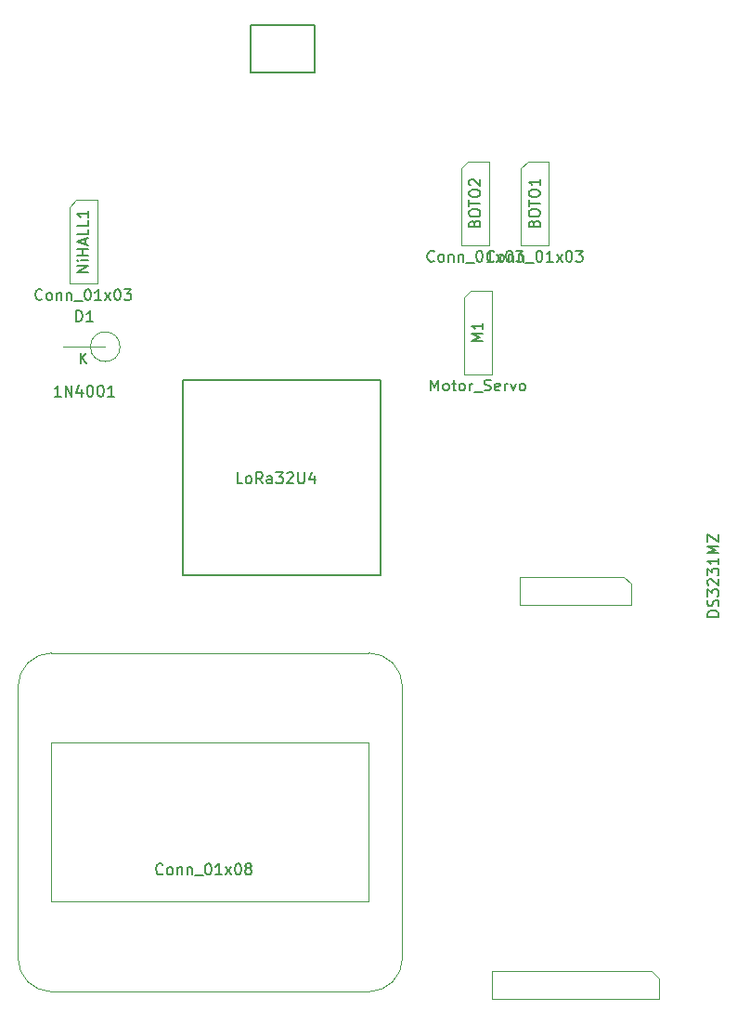
<source format=gbr>
%TF.GenerationSoftware,KiCad,Pcbnew,(5.1.12)-1*%
%TF.CreationDate,2023-07-25T14:51:04-05:00*%
%TF.ProjectId,Dispen2,44697370-656e-4322-9e6b-696361645f70,rev?*%
%TF.SameCoordinates,Original*%
%TF.FileFunction,AssemblyDrawing,Top*%
%FSLAX46Y46*%
G04 Gerber Fmt 4.6, Leading zero omitted, Abs format (unit mm)*
G04 Created by KiCad (PCBNEW (5.1.12)-1) date 2023-07-25 14:51:04*
%MOMM*%
%LPD*%
G01*
G04 APERTURE LIST*
%ADD10C,0.100000*%
%ADD11C,0.200000*%
%ADD12C,0.150000*%
G04 APERTURE END LIST*
D10*
%TO.C,NiHALL1*%
X141330000Y-6865000D02*
X141965000Y-6230000D01*
X141330000Y-13850000D02*
X141330000Y-6865000D01*
X143870000Y-13850000D02*
X141330000Y-13850000D01*
X143870000Y-6230000D02*
X143870000Y-13850000D01*
X141965000Y-6230000D02*
X143870000Y-6230000D01*
D11*
%TO.C,U1*%
X163705000Y9722000D02*
X163705000Y5400000D01*
X151700000Y-40380000D02*
X169700000Y-40380000D01*
X169700000Y-22600000D02*
X151700000Y-22600000D01*
X169700000Y-40380000D02*
X169700000Y-22600000D01*
X157899000Y9722000D02*
X163705000Y9722000D01*
X157899000Y5400000D02*
X163705000Y5400000D01*
X157899000Y5400000D02*
X157899000Y9722000D01*
X151700000Y-22600000D02*
X151700000Y-40380000D01*
D10*
%TO.C,D1*%
X145960000Y-19600000D02*
G75*
G03*
X145960000Y-19600000I-1350000J0D01*
G01*
X140800000Y-19600000D02*
X144610000Y-19600000D01*
%TO.C,BOTO1*%
X183165000Y-2730000D02*
X185070000Y-2730000D01*
X185070000Y-2730000D02*
X185070000Y-10350000D01*
X185070000Y-10350000D02*
X182530000Y-10350000D01*
X182530000Y-10350000D02*
X182530000Y-3365000D01*
X182530000Y-3365000D02*
X183165000Y-2730000D01*
%TO.C,U2*%
X195100000Y-79040000D02*
X179860000Y-79040000D01*
X195100000Y-77135000D02*
X195100000Y-79040000D01*
X179860000Y-79040000D02*
X179860000Y-76500000D01*
X194465000Y-76500000D02*
X195100000Y-77135000D01*
X179860000Y-76500000D02*
X194465000Y-76500000D01*
X182410000Y-43100000D02*
X182410000Y-40560000D01*
X192570000Y-43100000D02*
X182410000Y-43100000D01*
X192570000Y-41195000D02*
X192570000Y-43100000D01*
X191935000Y-40560000D02*
X192570000Y-41195000D01*
X182410000Y-40560000D02*
X191935000Y-40560000D01*
%TO.C,OLED1*%
X139712000Y-78368000D02*
X168668000Y-78368000D01*
X168668000Y-55638000D02*
X168668000Y-70116000D01*
X139712000Y-70116000D02*
X168668000Y-70116000D01*
X168668000Y-47512000D02*
X139712000Y-47512000D01*
X171716000Y-50560000D02*
X171716000Y-75318000D01*
X139712000Y-55638000D02*
X168668000Y-55638000D01*
X136664000Y-50562000D02*
X136664000Y-75320000D01*
X139712000Y-55638000D02*
X139712000Y-70116000D01*
X136664000Y-75320000D02*
G75*
G03*
X139712000Y-78368000I3048000J0D01*
G01*
X171716000Y-75318000D02*
G75*
G02*
X168670000Y-78368000I-3048000J-2000D01*
G01*
X136664000Y-50562000D02*
G75*
G02*
X139710000Y-47512000I3048000J2000D01*
G01*
X171716000Y-50560000D02*
G75*
G03*
X168668000Y-47512000I-3048000J0D01*
G01*
%TO.C,M1*%
X177330000Y-15115000D02*
X177965000Y-14480000D01*
X177330000Y-22100000D02*
X177330000Y-15115000D01*
X179870000Y-22100000D02*
X177330000Y-22100000D01*
X179870000Y-14480000D02*
X179870000Y-22100000D01*
X177965000Y-14480000D02*
X179870000Y-14480000D01*
%TO.C,BOTO2*%
X177715000Y-2730000D02*
X179620000Y-2730000D01*
X179620000Y-2730000D02*
X179620000Y-10350000D01*
X179620000Y-10350000D02*
X177080000Y-10350000D01*
X177080000Y-10350000D02*
X177080000Y-3365000D01*
X177080000Y-3365000D02*
X177715000Y-2730000D01*
%TD*%
%TO.C,NiHALL1*%
D12*
X138861904Y-15267142D02*
X138814285Y-15314761D01*
X138671428Y-15362380D01*
X138576190Y-15362380D01*
X138433333Y-15314761D01*
X138338095Y-15219523D01*
X138290476Y-15124285D01*
X138242857Y-14933809D01*
X138242857Y-14790952D01*
X138290476Y-14600476D01*
X138338095Y-14505238D01*
X138433333Y-14410000D01*
X138576190Y-14362380D01*
X138671428Y-14362380D01*
X138814285Y-14410000D01*
X138861904Y-14457619D01*
X139433333Y-15362380D02*
X139338095Y-15314761D01*
X139290476Y-15267142D01*
X139242857Y-15171904D01*
X139242857Y-14886190D01*
X139290476Y-14790952D01*
X139338095Y-14743333D01*
X139433333Y-14695714D01*
X139576190Y-14695714D01*
X139671428Y-14743333D01*
X139719047Y-14790952D01*
X139766666Y-14886190D01*
X139766666Y-15171904D01*
X139719047Y-15267142D01*
X139671428Y-15314761D01*
X139576190Y-15362380D01*
X139433333Y-15362380D01*
X140195238Y-14695714D02*
X140195238Y-15362380D01*
X140195238Y-14790952D02*
X140242857Y-14743333D01*
X140338095Y-14695714D01*
X140480952Y-14695714D01*
X140576190Y-14743333D01*
X140623809Y-14838571D01*
X140623809Y-15362380D01*
X141100000Y-14695714D02*
X141100000Y-15362380D01*
X141100000Y-14790952D02*
X141147619Y-14743333D01*
X141242857Y-14695714D01*
X141385714Y-14695714D01*
X141480952Y-14743333D01*
X141528571Y-14838571D01*
X141528571Y-15362380D01*
X141766666Y-15457619D02*
X142528571Y-15457619D01*
X142957142Y-14362380D02*
X143052380Y-14362380D01*
X143147619Y-14410000D01*
X143195238Y-14457619D01*
X143242857Y-14552857D01*
X143290476Y-14743333D01*
X143290476Y-14981428D01*
X143242857Y-15171904D01*
X143195238Y-15267142D01*
X143147619Y-15314761D01*
X143052380Y-15362380D01*
X142957142Y-15362380D01*
X142861904Y-15314761D01*
X142814285Y-15267142D01*
X142766666Y-15171904D01*
X142719047Y-14981428D01*
X142719047Y-14743333D01*
X142766666Y-14552857D01*
X142814285Y-14457619D01*
X142861904Y-14410000D01*
X142957142Y-14362380D01*
X144242857Y-15362380D02*
X143671428Y-15362380D01*
X143957142Y-15362380D02*
X143957142Y-14362380D01*
X143861904Y-14505238D01*
X143766666Y-14600476D01*
X143671428Y-14648095D01*
X144576190Y-15362380D02*
X145100000Y-14695714D01*
X144576190Y-14695714D02*
X145100000Y-15362380D01*
X145671428Y-14362380D02*
X145766666Y-14362380D01*
X145861904Y-14410000D01*
X145909523Y-14457619D01*
X145957142Y-14552857D01*
X146004761Y-14743333D01*
X146004761Y-14981428D01*
X145957142Y-15171904D01*
X145909523Y-15267142D01*
X145861904Y-15314761D01*
X145766666Y-15362380D01*
X145671428Y-15362380D01*
X145576190Y-15314761D01*
X145528571Y-15267142D01*
X145480952Y-15171904D01*
X145433333Y-14981428D01*
X145433333Y-14743333D01*
X145480952Y-14552857D01*
X145528571Y-14457619D01*
X145576190Y-14410000D01*
X145671428Y-14362380D01*
X146338095Y-14362380D02*
X146957142Y-14362380D01*
X146623809Y-14743333D01*
X146766666Y-14743333D01*
X146861904Y-14790952D01*
X146909523Y-14838571D01*
X146957142Y-14933809D01*
X146957142Y-15171904D01*
X146909523Y-15267142D01*
X146861904Y-15314761D01*
X146766666Y-15362380D01*
X146480952Y-15362380D01*
X146385714Y-15314761D01*
X146338095Y-15267142D01*
X143052380Y-12801904D02*
X142052380Y-12801904D01*
X143052380Y-12230476D01*
X142052380Y-12230476D01*
X143052380Y-11754285D02*
X142385714Y-11754285D01*
X142052380Y-11754285D02*
X142100000Y-11801904D01*
X142147619Y-11754285D01*
X142100000Y-11706666D01*
X142052380Y-11754285D01*
X142147619Y-11754285D01*
X143052380Y-11278095D02*
X142052380Y-11278095D01*
X142528571Y-11278095D02*
X142528571Y-10706666D01*
X143052380Y-10706666D02*
X142052380Y-10706666D01*
X142766666Y-10278095D02*
X142766666Y-9801904D01*
X143052380Y-10373333D02*
X142052380Y-10040000D01*
X143052380Y-9706666D01*
X143052380Y-8897142D02*
X143052380Y-9373333D01*
X142052380Y-9373333D01*
X143052380Y-8087619D02*
X143052380Y-8563809D01*
X142052380Y-8563809D01*
X143052380Y-7230476D02*
X143052380Y-7801904D01*
X143052380Y-7516190D02*
X142052380Y-7516190D01*
X142195238Y-7611428D01*
X142290476Y-7706666D01*
X142338095Y-7801904D01*
%TO.C,U1*%
X157152380Y-32052380D02*
X156676190Y-32052380D01*
X156676190Y-31052380D01*
X157628571Y-32052380D02*
X157533333Y-32004761D01*
X157485714Y-31957142D01*
X157438095Y-31861904D01*
X157438095Y-31576190D01*
X157485714Y-31480952D01*
X157533333Y-31433333D01*
X157628571Y-31385714D01*
X157771428Y-31385714D01*
X157866666Y-31433333D01*
X157914285Y-31480952D01*
X157961904Y-31576190D01*
X157961904Y-31861904D01*
X157914285Y-31957142D01*
X157866666Y-32004761D01*
X157771428Y-32052380D01*
X157628571Y-32052380D01*
X158961904Y-32052380D02*
X158628571Y-31576190D01*
X158390476Y-32052380D02*
X158390476Y-31052380D01*
X158771428Y-31052380D01*
X158866666Y-31100000D01*
X158914285Y-31147619D01*
X158961904Y-31242857D01*
X158961904Y-31385714D01*
X158914285Y-31480952D01*
X158866666Y-31528571D01*
X158771428Y-31576190D01*
X158390476Y-31576190D01*
X159819047Y-32052380D02*
X159819047Y-31528571D01*
X159771428Y-31433333D01*
X159676190Y-31385714D01*
X159485714Y-31385714D01*
X159390476Y-31433333D01*
X159819047Y-32004761D02*
X159723809Y-32052380D01*
X159485714Y-32052380D01*
X159390476Y-32004761D01*
X159342857Y-31909523D01*
X159342857Y-31814285D01*
X159390476Y-31719047D01*
X159485714Y-31671428D01*
X159723809Y-31671428D01*
X159819047Y-31623809D01*
X160200000Y-31052380D02*
X160819047Y-31052380D01*
X160485714Y-31433333D01*
X160628571Y-31433333D01*
X160723809Y-31480952D01*
X160771428Y-31528571D01*
X160819047Y-31623809D01*
X160819047Y-31861904D01*
X160771428Y-31957142D01*
X160723809Y-32004761D01*
X160628571Y-32052380D01*
X160342857Y-32052380D01*
X160247619Y-32004761D01*
X160200000Y-31957142D01*
X161200000Y-31147619D02*
X161247619Y-31100000D01*
X161342857Y-31052380D01*
X161580952Y-31052380D01*
X161676190Y-31100000D01*
X161723809Y-31147619D01*
X161771428Y-31242857D01*
X161771428Y-31338095D01*
X161723809Y-31480952D01*
X161152380Y-32052380D01*
X161771428Y-32052380D01*
X162200000Y-31052380D02*
X162200000Y-31861904D01*
X162247619Y-31957142D01*
X162295238Y-32004761D01*
X162390476Y-32052380D01*
X162580952Y-32052380D01*
X162676190Y-32004761D01*
X162723809Y-31957142D01*
X162771428Y-31861904D01*
X162771428Y-31052380D01*
X163676190Y-31385714D02*
X163676190Y-32052380D01*
X163438095Y-31004761D02*
X163200000Y-31719047D01*
X163819047Y-31719047D01*
%TO.C,D1*%
X140562142Y-24136515D02*
X139990714Y-24136515D01*
X140276428Y-24136515D02*
X140276428Y-23136515D01*
X140181190Y-23279373D01*
X140085952Y-23374611D01*
X139990714Y-23422230D01*
X140990714Y-24136515D02*
X140990714Y-23136515D01*
X141562142Y-24136515D01*
X141562142Y-23136515D01*
X142466904Y-23469849D02*
X142466904Y-24136515D01*
X142228809Y-23088896D02*
X141990714Y-23803182D01*
X142609761Y-23803182D01*
X143181190Y-23136515D02*
X143276428Y-23136515D01*
X143371666Y-23184135D01*
X143419285Y-23231754D01*
X143466904Y-23326992D01*
X143514523Y-23517468D01*
X143514523Y-23755563D01*
X143466904Y-23946039D01*
X143419285Y-24041277D01*
X143371666Y-24088896D01*
X143276428Y-24136515D01*
X143181190Y-24136515D01*
X143085952Y-24088896D01*
X143038333Y-24041277D01*
X142990714Y-23946039D01*
X142943095Y-23755563D01*
X142943095Y-23517468D01*
X142990714Y-23326992D01*
X143038333Y-23231754D01*
X143085952Y-23184135D01*
X143181190Y-23136515D01*
X144133571Y-23136515D02*
X144228809Y-23136515D01*
X144324047Y-23184135D01*
X144371666Y-23231754D01*
X144419285Y-23326992D01*
X144466904Y-23517468D01*
X144466904Y-23755563D01*
X144419285Y-23946039D01*
X144371666Y-24041277D01*
X144324047Y-24088896D01*
X144228809Y-24136515D01*
X144133571Y-24136515D01*
X144038333Y-24088896D01*
X143990714Y-24041277D01*
X143943095Y-23946039D01*
X143895476Y-23755563D01*
X143895476Y-23517468D01*
X143943095Y-23326992D01*
X143990714Y-23231754D01*
X144038333Y-23184135D01*
X144133571Y-23136515D01*
X145419285Y-24136515D02*
X144847857Y-24136515D01*
X145133571Y-24136515D02*
X145133571Y-23136515D01*
X145038333Y-23279373D01*
X144943095Y-23374611D01*
X144847857Y-23422230D01*
X142338095Y-21152380D02*
X142338095Y-20152380D01*
X142909523Y-21152380D02*
X142480952Y-20580952D01*
X142909523Y-20152380D02*
X142338095Y-20723809D01*
X141966904Y-17301745D02*
X141966904Y-16301745D01*
X142205000Y-16301745D01*
X142347857Y-16349365D01*
X142443095Y-16444603D01*
X142490714Y-16539841D01*
X142538333Y-16730317D01*
X142538333Y-16873174D01*
X142490714Y-17063650D01*
X142443095Y-17158888D01*
X142347857Y-17254126D01*
X142205000Y-17301745D01*
X141966904Y-17301745D01*
X143490714Y-17301745D02*
X142919285Y-17301745D01*
X143205000Y-17301745D02*
X143205000Y-16301745D01*
X143109761Y-16444603D01*
X143014523Y-16539841D01*
X142919285Y-16587460D01*
%TO.C,BOTO1*%
X180061904Y-11767142D02*
X180014285Y-11814761D01*
X179871428Y-11862380D01*
X179776190Y-11862380D01*
X179633333Y-11814761D01*
X179538095Y-11719523D01*
X179490476Y-11624285D01*
X179442857Y-11433809D01*
X179442857Y-11290952D01*
X179490476Y-11100476D01*
X179538095Y-11005238D01*
X179633333Y-10910000D01*
X179776190Y-10862380D01*
X179871428Y-10862380D01*
X180014285Y-10910000D01*
X180061904Y-10957619D01*
X180633333Y-11862380D02*
X180538095Y-11814761D01*
X180490476Y-11767142D01*
X180442857Y-11671904D01*
X180442857Y-11386190D01*
X180490476Y-11290952D01*
X180538095Y-11243333D01*
X180633333Y-11195714D01*
X180776190Y-11195714D01*
X180871428Y-11243333D01*
X180919047Y-11290952D01*
X180966666Y-11386190D01*
X180966666Y-11671904D01*
X180919047Y-11767142D01*
X180871428Y-11814761D01*
X180776190Y-11862380D01*
X180633333Y-11862380D01*
X181395238Y-11195714D02*
X181395238Y-11862380D01*
X181395238Y-11290952D02*
X181442857Y-11243333D01*
X181538095Y-11195714D01*
X181680952Y-11195714D01*
X181776190Y-11243333D01*
X181823809Y-11338571D01*
X181823809Y-11862380D01*
X182300000Y-11195714D02*
X182300000Y-11862380D01*
X182300000Y-11290952D02*
X182347619Y-11243333D01*
X182442857Y-11195714D01*
X182585714Y-11195714D01*
X182680952Y-11243333D01*
X182728571Y-11338571D01*
X182728571Y-11862380D01*
X182966666Y-11957619D02*
X183728571Y-11957619D01*
X184157142Y-10862380D02*
X184252380Y-10862380D01*
X184347619Y-10910000D01*
X184395238Y-10957619D01*
X184442857Y-11052857D01*
X184490476Y-11243333D01*
X184490476Y-11481428D01*
X184442857Y-11671904D01*
X184395238Y-11767142D01*
X184347619Y-11814761D01*
X184252380Y-11862380D01*
X184157142Y-11862380D01*
X184061904Y-11814761D01*
X184014285Y-11767142D01*
X183966666Y-11671904D01*
X183919047Y-11481428D01*
X183919047Y-11243333D01*
X183966666Y-11052857D01*
X184014285Y-10957619D01*
X184061904Y-10910000D01*
X184157142Y-10862380D01*
X185442857Y-11862380D02*
X184871428Y-11862380D01*
X185157142Y-11862380D02*
X185157142Y-10862380D01*
X185061904Y-11005238D01*
X184966666Y-11100476D01*
X184871428Y-11148095D01*
X185776190Y-11862380D02*
X186300000Y-11195714D01*
X185776190Y-11195714D02*
X186300000Y-11862380D01*
X186871428Y-10862380D02*
X186966666Y-10862380D01*
X187061904Y-10910000D01*
X187109523Y-10957619D01*
X187157142Y-11052857D01*
X187204761Y-11243333D01*
X187204761Y-11481428D01*
X187157142Y-11671904D01*
X187109523Y-11767142D01*
X187061904Y-11814761D01*
X186966666Y-11862380D01*
X186871428Y-11862380D01*
X186776190Y-11814761D01*
X186728571Y-11767142D01*
X186680952Y-11671904D01*
X186633333Y-11481428D01*
X186633333Y-11243333D01*
X186680952Y-11052857D01*
X186728571Y-10957619D01*
X186776190Y-10910000D01*
X186871428Y-10862380D01*
X187538095Y-10862380D02*
X188157142Y-10862380D01*
X187823809Y-11243333D01*
X187966666Y-11243333D01*
X188061904Y-11290952D01*
X188109523Y-11338571D01*
X188157142Y-11433809D01*
X188157142Y-11671904D01*
X188109523Y-11767142D01*
X188061904Y-11814761D01*
X187966666Y-11862380D01*
X187680952Y-11862380D01*
X187585714Y-11814761D01*
X187538095Y-11767142D01*
X183728571Y-8373333D02*
X183776190Y-8230476D01*
X183823809Y-8182857D01*
X183919047Y-8135238D01*
X184061904Y-8135238D01*
X184157142Y-8182857D01*
X184204761Y-8230476D01*
X184252380Y-8325714D01*
X184252380Y-8706666D01*
X183252380Y-8706666D01*
X183252380Y-8373333D01*
X183300000Y-8278095D01*
X183347619Y-8230476D01*
X183442857Y-8182857D01*
X183538095Y-8182857D01*
X183633333Y-8230476D01*
X183680952Y-8278095D01*
X183728571Y-8373333D01*
X183728571Y-8706666D01*
X183252380Y-7516190D02*
X183252380Y-7325714D01*
X183300000Y-7230476D01*
X183395238Y-7135238D01*
X183585714Y-7087619D01*
X183919047Y-7087619D01*
X184109523Y-7135238D01*
X184204761Y-7230476D01*
X184252380Y-7325714D01*
X184252380Y-7516190D01*
X184204761Y-7611428D01*
X184109523Y-7706666D01*
X183919047Y-7754285D01*
X183585714Y-7754285D01*
X183395238Y-7706666D01*
X183300000Y-7611428D01*
X183252380Y-7516190D01*
X183252380Y-6801904D02*
X183252380Y-6230476D01*
X184252380Y-6516190D02*
X183252380Y-6516190D01*
X183252380Y-5706666D02*
X183252380Y-5516190D01*
X183300000Y-5420952D01*
X183395238Y-5325714D01*
X183585714Y-5278095D01*
X183919047Y-5278095D01*
X184109523Y-5325714D01*
X184204761Y-5420952D01*
X184252380Y-5516190D01*
X184252380Y-5706666D01*
X184204761Y-5801904D01*
X184109523Y-5897142D01*
X183919047Y-5944761D01*
X183585714Y-5944761D01*
X183395238Y-5897142D01*
X183300000Y-5801904D01*
X183252380Y-5706666D01*
X184252380Y-4325714D02*
X184252380Y-4897142D01*
X184252380Y-4611428D02*
X183252380Y-4611428D01*
X183395238Y-4706666D01*
X183490476Y-4801904D01*
X183538095Y-4897142D01*
%TO.C,U2*%
X200552380Y-44190476D02*
X199552380Y-44190476D01*
X199552380Y-43952380D01*
X199600000Y-43809523D01*
X199695238Y-43714285D01*
X199790476Y-43666666D01*
X199980952Y-43619047D01*
X200123809Y-43619047D01*
X200314285Y-43666666D01*
X200409523Y-43714285D01*
X200504761Y-43809523D01*
X200552380Y-43952380D01*
X200552380Y-44190476D01*
X200504761Y-43238095D02*
X200552380Y-43095238D01*
X200552380Y-42857142D01*
X200504761Y-42761904D01*
X200457142Y-42714285D01*
X200361904Y-42666666D01*
X200266666Y-42666666D01*
X200171428Y-42714285D01*
X200123809Y-42761904D01*
X200076190Y-42857142D01*
X200028571Y-43047619D01*
X199980952Y-43142857D01*
X199933333Y-43190476D01*
X199838095Y-43238095D01*
X199742857Y-43238095D01*
X199647619Y-43190476D01*
X199600000Y-43142857D01*
X199552380Y-43047619D01*
X199552380Y-42809523D01*
X199600000Y-42666666D01*
X199552380Y-42333333D02*
X199552380Y-41714285D01*
X199933333Y-42047619D01*
X199933333Y-41904761D01*
X199980952Y-41809523D01*
X200028571Y-41761904D01*
X200123809Y-41714285D01*
X200361904Y-41714285D01*
X200457142Y-41761904D01*
X200504761Y-41809523D01*
X200552380Y-41904761D01*
X200552380Y-42190476D01*
X200504761Y-42285714D01*
X200457142Y-42333333D01*
X199647619Y-41333333D02*
X199600000Y-41285714D01*
X199552380Y-41190476D01*
X199552380Y-40952380D01*
X199600000Y-40857142D01*
X199647619Y-40809523D01*
X199742857Y-40761904D01*
X199838095Y-40761904D01*
X199980952Y-40809523D01*
X200552380Y-41380952D01*
X200552380Y-40761904D01*
X199552380Y-40428571D02*
X199552380Y-39809523D01*
X199933333Y-40142857D01*
X199933333Y-40000000D01*
X199980952Y-39904761D01*
X200028571Y-39857142D01*
X200123809Y-39809523D01*
X200361904Y-39809523D01*
X200457142Y-39857142D01*
X200504761Y-39904761D01*
X200552380Y-40000000D01*
X200552380Y-40285714D01*
X200504761Y-40380952D01*
X200457142Y-40428571D01*
X200552380Y-38857142D02*
X200552380Y-39428571D01*
X200552380Y-39142857D02*
X199552380Y-39142857D01*
X199695238Y-39238095D01*
X199790476Y-39333333D01*
X199838095Y-39428571D01*
X200552380Y-38428571D02*
X199552380Y-38428571D01*
X200266666Y-38095238D01*
X199552380Y-37761904D01*
X200552380Y-37761904D01*
X199552380Y-37380952D02*
X199552380Y-36714285D01*
X200552380Y-37380952D01*
X200552380Y-36714285D01*
%TO.C,OLED1*%
X149861904Y-67607142D02*
X149814285Y-67654761D01*
X149671428Y-67702380D01*
X149576190Y-67702380D01*
X149433333Y-67654761D01*
X149338095Y-67559523D01*
X149290476Y-67464285D01*
X149242857Y-67273809D01*
X149242857Y-67130952D01*
X149290476Y-66940476D01*
X149338095Y-66845238D01*
X149433333Y-66750000D01*
X149576190Y-66702380D01*
X149671428Y-66702380D01*
X149814285Y-66750000D01*
X149861904Y-66797619D01*
X150433333Y-67702380D02*
X150338095Y-67654761D01*
X150290476Y-67607142D01*
X150242857Y-67511904D01*
X150242857Y-67226190D01*
X150290476Y-67130952D01*
X150338095Y-67083333D01*
X150433333Y-67035714D01*
X150576190Y-67035714D01*
X150671428Y-67083333D01*
X150719047Y-67130952D01*
X150766666Y-67226190D01*
X150766666Y-67511904D01*
X150719047Y-67607142D01*
X150671428Y-67654761D01*
X150576190Y-67702380D01*
X150433333Y-67702380D01*
X151195238Y-67035714D02*
X151195238Y-67702380D01*
X151195238Y-67130952D02*
X151242857Y-67083333D01*
X151338095Y-67035714D01*
X151480952Y-67035714D01*
X151576190Y-67083333D01*
X151623809Y-67178571D01*
X151623809Y-67702380D01*
X152100000Y-67035714D02*
X152100000Y-67702380D01*
X152100000Y-67130952D02*
X152147619Y-67083333D01*
X152242857Y-67035714D01*
X152385714Y-67035714D01*
X152480952Y-67083333D01*
X152528571Y-67178571D01*
X152528571Y-67702380D01*
X152766666Y-67797619D02*
X153528571Y-67797619D01*
X153957142Y-66702380D02*
X154052380Y-66702380D01*
X154147619Y-66750000D01*
X154195238Y-66797619D01*
X154242857Y-66892857D01*
X154290476Y-67083333D01*
X154290476Y-67321428D01*
X154242857Y-67511904D01*
X154195238Y-67607142D01*
X154147619Y-67654761D01*
X154052380Y-67702380D01*
X153957142Y-67702380D01*
X153861904Y-67654761D01*
X153814285Y-67607142D01*
X153766666Y-67511904D01*
X153719047Y-67321428D01*
X153719047Y-67083333D01*
X153766666Y-66892857D01*
X153814285Y-66797619D01*
X153861904Y-66750000D01*
X153957142Y-66702380D01*
X155242857Y-67702380D02*
X154671428Y-67702380D01*
X154957142Y-67702380D02*
X154957142Y-66702380D01*
X154861904Y-66845238D01*
X154766666Y-66940476D01*
X154671428Y-66988095D01*
X155576190Y-67702380D02*
X156100000Y-67035714D01*
X155576190Y-67035714D02*
X156100000Y-67702380D01*
X156671428Y-66702380D02*
X156766666Y-66702380D01*
X156861904Y-66750000D01*
X156909523Y-66797619D01*
X156957142Y-66892857D01*
X157004761Y-67083333D01*
X157004761Y-67321428D01*
X156957142Y-67511904D01*
X156909523Y-67607142D01*
X156861904Y-67654761D01*
X156766666Y-67702380D01*
X156671428Y-67702380D01*
X156576190Y-67654761D01*
X156528571Y-67607142D01*
X156480952Y-67511904D01*
X156433333Y-67321428D01*
X156433333Y-67083333D01*
X156480952Y-66892857D01*
X156528571Y-66797619D01*
X156576190Y-66750000D01*
X156671428Y-66702380D01*
X157576190Y-67130952D02*
X157480952Y-67083333D01*
X157433333Y-67035714D01*
X157385714Y-66940476D01*
X157385714Y-66892857D01*
X157433333Y-66797619D01*
X157480952Y-66750000D01*
X157576190Y-66702380D01*
X157766666Y-66702380D01*
X157861904Y-66750000D01*
X157909523Y-66797619D01*
X157957142Y-66892857D01*
X157957142Y-66940476D01*
X157909523Y-67035714D01*
X157861904Y-67083333D01*
X157766666Y-67130952D01*
X157576190Y-67130952D01*
X157480952Y-67178571D01*
X157433333Y-67226190D01*
X157385714Y-67321428D01*
X157385714Y-67511904D01*
X157433333Y-67607142D01*
X157480952Y-67654761D01*
X157576190Y-67702380D01*
X157766666Y-67702380D01*
X157861904Y-67654761D01*
X157909523Y-67607142D01*
X157957142Y-67511904D01*
X157957142Y-67321428D01*
X157909523Y-67226190D01*
X157861904Y-67178571D01*
X157766666Y-67130952D01*
%TO.C,M1*%
X174338095Y-23612380D02*
X174338095Y-22612380D01*
X174671428Y-23326666D01*
X175004761Y-22612380D01*
X175004761Y-23612380D01*
X175623809Y-23612380D02*
X175528571Y-23564761D01*
X175480952Y-23517142D01*
X175433333Y-23421904D01*
X175433333Y-23136190D01*
X175480952Y-23040952D01*
X175528571Y-22993333D01*
X175623809Y-22945714D01*
X175766666Y-22945714D01*
X175861904Y-22993333D01*
X175909523Y-23040952D01*
X175957142Y-23136190D01*
X175957142Y-23421904D01*
X175909523Y-23517142D01*
X175861904Y-23564761D01*
X175766666Y-23612380D01*
X175623809Y-23612380D01*
X176242857Y-22945714D02*
X176623809Y-22945714D01*
X176385714Y-22612380D02*
X176385714Y-23469523D01*
X176433333Y-23564761D01*
X176528571Y-23612380D01*
X176623809Y-23612380D01*
X177100000Y-23612380D02*
X177004761Y-23564761D01*
X176957142Y-23517142D01*
X176909523Y-23421904D01*
X176909523Y-23136190D01*
X176957142Y-23040952D01*
X177004761Y-22993333D01*
X177100000Y-22945714D01*
X177242857Y-22945714D01*
X177338095Y-22993333D01*
X177385714Y-23040952D01*
X177433333Y-23136190D01*
X177433333Y-23421904D01*
X177385714Y-23517142D01*
X177338095Y-23564761D01*
X177242857Y-23612380D01*
X177100000Y-23612380D01*
X177861904Y-23612380D02*
X177861904Y-22945714D01*
X177861904Y-23136190D02*
X177909523Y-23040952D01*
X177957142Y-22993333D01*
X178052380Y-22945714D01*
X178147619Y-22945714D01*
X178242857Y-23707619D02*
X179004761Y-23707619D01*
X179195238Y-23564761D02*
X179338095Y-23612380D01*
X179576190Y-23612380D01*
X179671428Y-23564761D01*
X179719047Y-23517142D01*
X179766666Y-23421904D01*
X179766666Y-23326666D01*
X179719047Y-23231428D01*
X179671428Y-23183809D01*
X179576190Y-23136190D01*
X179385714Y-23088571D01*
X179290476Y-23040952D01*
X179242857Y-22993333D01*
X179195238Y-22898095D01*
X179195238Y-22802857D01*
X179242857Y-22707619D01*
X179290476Y-22660000D01*
X179385714Y-22612380D01*
X179623809Y-22612380D01*
X179766666Y-22660000D01*
X180576190Y-23564761D02*
X180480952Y-23612380D01*
X180290476Y-23612380D01*
X180195238Y-23564761D01*
X180147619Y-23469523D01*
X180147619Y-23088571D01*
X180195238Y-22993333D01*
X180290476Y-22945714D01*
X180480952Y-22945714D01*
X180576190Y-22993333D01*
X180623809Y-23088571D01*
X180623809Y-23183809D01*
X180147619Y-23279047D01*
X181052380Y-23612380D02*
X181052380Y-22945714D01*
X181052380Y-23136190D02*
X181100000Y-23040952D01*
X181147619Y-22993333D01*
X181242857Y-22945714D01*
X181338095Y-22945714D01*
X181576190Y-22945714D02*
X181814285Y-23612380D01*
X182052380Y-22945714D01*
X182576190Y-23612380D02*
X182480952Y-23564761D01*
X182433333Y-23517142D01*
X182385714Y-23421904D01*
X182385714Y-23136190D01*
X182433333Y-23040952D01*
X182480952Y-22993333D01*
X182576190Y-22945714D01*
X182719047Y-22945714D01*
X182814285Y-22993333D01*
X182861904Y-23040952D01*
X182909523Y-23136190D01*
X182909523Y-23421904D01*
X182861904Y-23517142D01*
X182814285Y-23564761D01*
X182719047Y-23612380D01*
X182576190Y-23612380D01*
X179052380Y-19099523D02*
X178052380Y-19099523D01*
X178766666Y-18766190D01*
X178052380Y-18432857D01*
X179052380Y-18432857D01*
X179052380Y-17432857D02*
X179052380Y-18004285D01*
X179052380Y-17718571D02*
X178052380Y-17718571D01*
X178195238Y-17813809D01*
X178290476Y-17909047D01*
X178338095Y-18004285D01*
%TO.C,BOTO2*%
X174611904Y-11767142D02*
X174564285Y-11814761D01*
X174421428Y-11862380D01*
X174326190Y-11862380D01*
X174183333Y-11814761D01*
X174088095Y-11719523D01*
X174040476Y-11624285D01*
X173992857Y-11433809D01*
X173992857Y-11290952D01*
X174040476Y-11100476D01*
X174088095Y-11005238D01*
X174183333Y-10910000D01*
X174326190Y-10862380D01*
X174421428Y-10862380D01*
X174564285Y-10910000D01*
X174611904Y-10957619D01*
X175183333Y-11862380D02*
X175088095Y-11814761D01*
X175040476Y-11767142D01*
X174992857Y-11671904D01*
X174992857Y-11386190D01*
X175040476Y-11290952D01*
X175088095Y-11243333D01*
X175183333Y-11195714D01*
X175326190Y-11195714D01*
X175421428Y-11243333D01*
X175469047Y-11290952D01*
X175516666Y-11386190D01*
X175516666Y-11671904D01*
X175469047Y-11767142D01*
X175421428Y-11814761D01*
X175326190Y-11862380D01*
X175183333Y-11862380D01*
X175945238Y-11195714D02*
X175945238Y-11862380D01*
X175945238Y-11290952D02*
X175992857Y-11243333D01*
X176088095Y-11195714D01*
X176230952Y-11195714D01*
X176326190Y-11243333D01*
X176373809Y-11338571D01*
X176373809Y-11862380D01*
X176850000Y-11195714D02*
X176850000Y-11862380D01*
X176850000Y-11290952D02*
X176897619Y-11243333D01*
X176992857Y-11195714D01*
X177135714Y-11195714D01*
X177230952Y-11243333D01*
X177278571Y-11338571D01*
X177278571Y-11862380D01*
X177516666Y-11957619D02*
X178278571Y-11957619D01*
X178707142Y-10862380D02*
X178802380Y-10862380D01*
X178897619Y-10910000D01*
X178945238Y-10957619D01*
X178992857Y-11052857D01*
X179040476Y-11243333D01*
X179040476Y-11481428D01*
X178992857Y-11671904D01*
X178945238Y-11767142D01*
X178897619Y-11814761D01*
X178802380Y-11862380D01*
X178707142Y-11862380D01*
X178611904Y-11814761D01*
X178564285Y-11767142D01*
X178516666Y-11671904D01*
X178469047Y-11481428D01*
X178469047Y-11243333D01*
X178516666Y-11052857D01*
X178564285Y-10957619D01*
X178611904Y-10910000D01*
X178707142Y-10862380D01*
X179992857Y-11862380D02*
X179421428Y-11862380D01*
X179707142Y-11862380D02*
X179707142Y-10862380D01*
X179611904Y-11005238D01*
X179516666Y-11100476D01*
X179421428Y-11148095D01*
X180326190Y-11862380D02*
X180850000Y-11195714D01*
X180326190Y-11195714D02*
X180850000Y-11862380D01*
X181421428Y-10862380D02*
X181516666Y-10862380D01*
X181611904Y-10910000D01*
X181659523Y-10957619D01*
X181707142Y-11052857D01*
X181754761Y-11243333D01*
X181754761Y-11481428D01*
X181707142Y-11671904D01*
X181659523Y-11767142D01*
X181611904Y-11814761D01*
X181516666Y-11862380D01*
X181421428Y-11862380D01*
X181326190Y-11814761D01*
X181278571Y-11767142D01*
X181230952Y-11671904D01*
X181183333Y-11481428D01*
X181183333Y-11243333D01*
X181230952Y-11052857D01*
X181278571Y-10957619D01*
X181326190Y-10910000D01*
X181421428Y-10862380D01*
X182088095Y-10862380D02*
X182707142Y-10862380D01*
X182373809Y-11243333D01*
X182516666Y-11243333D01*
X182611904Y-11290952D01*
X182659523Y-11338571D01*
X182707142Y-11433809D01*
X182707142Y-11671904D01*
X182659523Y-11767142D01*
X182611904Y-11814761D01*
X182516666Y-11862380D01*
X182230952Y-11862380D01*
X182135714Y-11814761D01*
X182088095Y-11767142D01*
X178278571Y-8373333D02*
X178326190Y-8230476D01*
X178373809Y-8182857D01*
X178469047Y-8135238D01*
X178611904Y-8135238D01*
X178707142Y-8182857D01*
X178754761Y-8230476D01*
X178802380Y-8325714D01*
X178802380Y-8706666D01*
X177802380Y-8706666D01*
X177802380Y-8373333D01*
X177850000Y-8278095D01*
X177897619Y-8230476D01*
X177992857Y-8182857D01*
X178088095Y-8182857D01*
X178183333Y-8230476D01*
X178230952Y-8278095D01*
X178278571Y-8373333D01*
X178278571Y-8706666D01*
X177802380Y-7516190D02*
X177802380Y-7325714D01*
X177850000Y-7230476D01*
X177945238Y-7135238D01*
X178135714Y-7087619D01*
X178469047Y-7087619D01*
X178659523Y-7135238D01*
X178754761Y-7230476D01*
X178802380Y-7325714D01*
X178802380Y-7516190D01*
X178754761Y-7611428D01*
X178659523Y-7706666D01*
X178469047Y-7754285D01*
X178135714Y-7754285D01*
X177945238Y-7706666D01*
X177850000Y-7611428D01*
X177802380Y-7516190D01*
X177802380Y-6801904D02*
X177802380Y-6230476D01*
X178802380Y-6516190D02*
X177802380Y-6516190D01*
X177802380Y-5706666D02*
X177802380Y-5516190D01*
X177850000Y-5420952D01*
X177945238Y-5325714D01*
X178135714Y-5278095D01*
X178469047Y-5278095D01*
X178659523Y-5325714D01*
X178754761Y-5420952D01*
X178802380Y-5516190D01*
X178802380Y-5706666D01*
X178754761Y-5801904D01*
X178659523Y-5897142D01*
X178469047Y-5944761D01*
X178135714Y-5944761D01*
X177945238Y-5897142D01*
X177850000Y-5801904D01*
X177802380Y-5706666D01*
X177897619Y-4897142D02*
X177850000Y-4849523D01*
X177802380Y-4754285D01*
X177802380Y-4516190D01*
X177850000Y-4420952D01*
X177897619Y-4373333D01*
X177992857Y-4325714D01*
X178088095Y-4325714D01*
X178230952Y-4373333D01*
X178802380Y-4944761D01*
X178802380Y-4325714D01*
%TD*%
M02*

</source>
